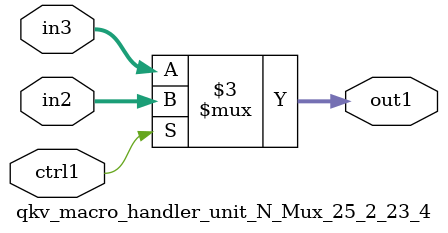
<source format=v>

`timescale 1ps / 1ps


module qkv_macro_handler_unit_N_Mux_25_2_23_4( in3, in2, ctrl1, out1 );

    input [24:0] in3;
    input [24:0] in2;
    input ctrl1;
    output [24:0] out1;
    reg [24:0] out1;

    
    // rtl_process:qkv_macro_handler_unit_N_Mux_25_2_23_4/qkv_macro_handler_unit_N_Mux_25_2_23_4_thread_1
    always @*
      begin : qkv_macro_handler_unit_N_Mux_25_2_23_4_thread_1
        case (ctrl1) 
          1'b1: 
            begin
              out1 = in2;
            end
          default: 
            begin
              out1 = in3;
            end
        endcase
      end

endmodule


</source>
